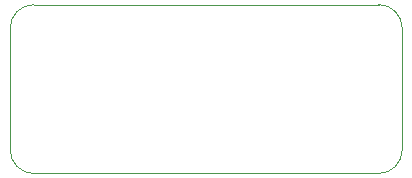
<source format=gbr>
G04 #@! TF.GenerationSoftware,KiCad,Pcbnew,(5.1.2)-2*
G04 #@! TF.CreationDate,2020-05-22T00:57:25-04:00*
G04 #@! TF.ProjectId,SWSupply,53575375-7070-46c7-992e-6b696361645f,rev?*
G04 #@! TF.SameCoordinates,Original*
G04 #@! TF.FileFunction,Profile,NP*
%FSLAX46Y46*%
G04 Gerber Fmt 4.6, Leading zero omitted, Abs format (unit mm)*
G04 Created by KiCad (PCBNEW (5.1.2)-2) date 2020-05-22 00:57:25*
%MOMM*%
%LPD*%
G04 APERTURE LIST*
%ADD10C,0.050000*%
G04 APERTURE END LIST*
D10*
X182100000Y-109700000D02*
G75*
G02X184100000Y-111700000I0J-2000000D01*
G01*
X184100000Y-122000000D02*
G75*
G02X182100000Y-124000000I-2000000J0D01*
G01*
X152900000Y-124000000D02*
G75*
G02X150900000Y-122000000I0J2000000D01*
G01*
X150900000Y-111700000D02*
G75*
G02X152900000Y-109700000I2000000J0D01*
G01*
X182100000Y-109700000D02*
X152900000Y-109700000D01*
X184100000Y-122000000D02*
X184100000Y-111700000D01*
X152900000Y-124000000D02*
X182100000Y-124000000D01*
X150900000Y-111700000D02*
X150900000Y-122000000D01*
M02*

</source>
